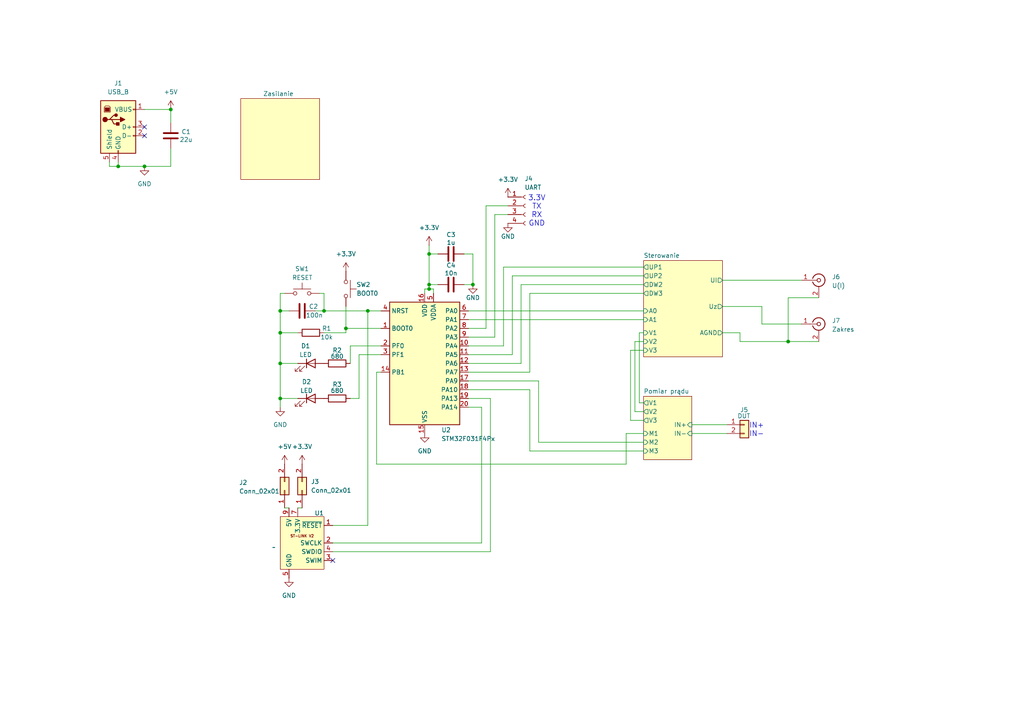
<source format=kicad_sch>
(kicad_sch (version 20231120) (generator "eeschema") (generator_version "8.0")
  (paper "A4")
  (lib_symbols
    (symbol "Connector:Conn_01x04_Socket" (pin_names (offset 1.016) hide)
      (property "Reference" "J" (at 0 5.08 0))
      (property "Value" "Conn_01x04_Socket" (at 0 -7.62 0))
      (symbol "Conn_01x04_Socket_1_1"
        (arc (start 0 -4.572) (mid -0.5058 -5.08) (end 0 -5.588) (stroke (width 0.1524)))
        (arc (start 0 -2.032) (mid -0.5058 -2.54) (end 0 -3.048) (stroke (width 0.1524)))
        (polyline (pts (xy -1.27 -5.08) (xy -0.508 -5.08)) (stroke (width 0.1524)))
        (polyline (pts (xy -1.27 -2.54) (xy -0.508 -2.54)) (stroke (width 0.1524)))
        (polyline (pts (xy -1.27 0) (xy -0.508 0)) (stroke (width 0.1524)))
        (polyline (pts (xy -1.27 2.54) (xy -0.508 2.54)) (stroke (width 0.1524)))
        (arc (start 0 0.508) (mid -0.5058 0) (end 0 -0.508) (stroke (width 0.1524)))
        (arc (start 0 3.048) (mid -0.5058 2.54) (end 0 2.032) (stroke (width 0.1524)))
        (pin passive line (at -5.08 2.54 0) (length 3.81) (name "Pin_1") (number "1"))
        (pin passive line (at -5.08 0 0) (length 3.81) (name "Pin_2") (number "2"))
        (pin passive line (at -5.08 -2.54 0) (length 3.81) (name "Pin_3") (number "3"))
        (pin passive line (at -5.08 -5.08 0) (length 3.81) (name "Pin_4") (number "4"))
      )
    )
    (symbol "Connector:Conn_Coaxial" (pin_names (offset 1.016) hide)
      (property "Reference" "J" (at 0.254 3.048 0))
      (property "Value" "Conn_Coaxial" (at 2.921 0 90))
      (symbol "Conn_Coaxial_0_1"
        (arc (start -1.778 -0.508) (mid 0.2311 -1.8066) (end 1.778 0) (stroke (width 0.254)))
        (polyline (pts (xy -2.54 0) (xy -0.508 0)))
        (polyline (pts (xy 0 -2.54) (xy 0 -1.778)))
        (circle (center 0 0) (radius 0.508) (stroke (width 0.2032)))
        (arc (start 1.778 0) (mid 0.2099 1.8101) (end -1.778 0.508) (stroke (width 0.254)))
      )
      (symbol "Conn_Coaxial_1_1"
        (pin passive line (at -5.08 0 0) (length 2.54) (name "In") (number "1"))
        (pin passive line (at 0 -5.08 90) (length 2.54) (name "Ext") (number "2"))
      )
    )
    (symbol "Connector:USB_B" (pin_names (offset 1.016))
      (property "Reference" "J" (at -5.08 11.43 0))
      (property "Value" "USB_B" (at -5.08 8.89 0))
      (symbol "USB_B_0_1"
        (rectangle (start -5.08 -7.62) (end 5.08 7.62) (stroke (width 0.254)) (fill (type background)))
        (circle (center -3.81 2.159) (radius 0.635) (stroke (width 0.254)) (fill (type outline)))
        (rectangle (start -3.81 5.588) (end -2.54 4.572) (fill (type outline)))
        (circle (center -0.635 3.429) (radius 0.381) (stroke (width 0.254)) (fill (type outline)))
        (rectangle (start -0.127 -7.62) (end 0.127 -6.858))
        (polyline (pts (xy -1.905 2.159) (xy 0.635 2.159)) (stroke (width 0.254)))
        (polyline (pts (xy -3.175 2.159) (xy -2.54 2.159) (xy -1.27 3.429) (xy -0.635 3.429)) (stroke (width 0.254)))
        (polyline (pts (xy -2.54 2.159) (xy -1.905 2.159) (xy -1.27 0.889) (xy 0 0.889)) (stroke (width 0.254)))
        (polyline (pts (xy 0.635 2.794) (xy 0.635 1.524) (xy 1.905 2.159) (xy 0.635 2.794)) (stroke (width 0.254)) (fill (type outline)))
        (polyline (pts (xy -4.064 4.318) (xy -2.286 4.318) (xy -2.286 5.715) (xy -2.667 6.096) (xy -3.683 6.096) (xy -4.064 5.715) (xy -4.064 4.318)))
        (rectangle (start 0.254 1.27) (end -0.508 0.508) (stroke (width 0.254)) (fill (type outline)))
        (rectangle (start 5.08 -2.667) (end 4.318 -2.413))
        (rectangle (start 5.08 -0.127) (end 4.318 0.127))
        (rectangle (start 5.08 4.953) (end 4.318 5.207))
      )
      (symbol "USB_B_1_1"
        (pin power_out line (at 7.62 5.08 180) (length 2.54) (name "VBUS") (number "1"))
        (pin bidirectional line (at 7.62 -2.54 180) (length 2.54) (name "D-") (number "2"))
        (pin bidirectional line (at 7.62 0 180) (length 2.54) (name "D+") (number "3"))
        (pin power_out line (at 0 -10.16 90) (length 2.54) (name "GND") (number "4"))
        (pin passive line (at -2.54 -10.16 90) (length 2.54) (name "Shield") (number "5"))
      )
    )
    (symbol "Connector_Generic:Conn_01x02" (pin_names (offset 1.016) hide)
      (property "Reference" "J" (at 0 2.54 0))
      (property "Value" "Conn_01x02" (at 0 -5.08 0))
      (symbol "Conn_01x02_1_1"
        (rectangle (start -1.27 -2.413) (end 0 -2.667) (stroke (width 0.1524)))
        (rectangle (start -1.27 0.127) (end 0 -0.127) (stroke (width 0.1524)))
        (rectangle (start -1.27 1.27) (end 1.27 -3.81) (stroke (width 0.254)) (fill (type background)))
        (pin passive line (at -5.08 0 0) (length 3.81) (name "Pin_1") (number "1"))
        (pin passive line (at -5.08 -2.54 0) (length 3.81) (name "Pin_2") (number "2"))
      )
    )
    (symbol "Connector_Generic:Conn_02x01" (pin_names (offset 1.016) hide)
      (property "Reference" "J" (at 1.27 2.54 0))
      (property "Value" "Conn_02x01" (at 1.27 -2.54 0))
      (symbol "Conn_02x01_1_1"
        (rectangle (start -1.27 0.127) (end 0 -0.127) (stroke (width 0.1524)))
        (rectangle (start -1.27 1.27) (end 3.81 -1.27) (stroke (width 0.254)) (fill (type background)))
        (rectangle (start 3.81 0.127) (end 2.54 -0.127) (stroke (width 0.1524)))
        (pin passive line (at -5.08 0 0) (length 3.81) (name "Pin_1") (number "1"))
        (pin passive line (at 7.62 0 180) (length 3.81) (name "Pin_2") (number "2"))
      )
    )
    (symbol "Device:C" (pin_numbers hide) (pin_names (offset 0.254))
      (property "Reference" "C" (at 0.635 2.54 0))
      (property "Value" "C" (at 0.635 -2.54 0))
      (symbol "C_0_1"
        (polyline (pts (xy -2.032 -0.762) (xy 2.032 -0.762)) (stroke (width 0.508)))
        (polyline (pts (xy -2.032 0.762) (xy 2.032 0.762)) (stroke (width 0.508)))
      )
      (symbol "C_1_1"
        (pin passive line (at 0 3.81 270) (length 2.794) (name "~") (number "1"))
        (pin passive line (at 0 -3.81 90) (length 2.794) (name "~") (number "2"))
      )
    )
    (symbol "Device:LED" (pin_numbers hide) (pin_names (offset 1.016) hide)
      (property "Reference" "D" (at 0 2.54 0))
      (property "Value" "LED" (at 0 -2.54 0))
      (symbol "LED_0_1"
        (polyline (pts (xy -1.27 -1.27) (xy -1.27 1.27)) (stroke (width 0.254)))
        (polyline (pts (xy -1.27 0) (xy 1.27 0)))
        (polyline (pts (xy 1.27 -1.27) (xy 1.27 1.27) (xy -1.27 0) (xy 1.27 -1.27)) (stroke (width 0.254)))
        (polyline (pts (xy -3.048 -0.762) (xy -4.572 -2.286) (xy -3.81 -2.286) (xy -4.572 -2.286) (xy -4.572 -1.524)))
        (polyline (pts (xy -1.778 -0.762) (xy -3.302 -2.286) (xy -2.54 -2.286) (xy -3.302 -2.286) (xy -3.302 -1.524)))
      )
      (symbol "LED_1_1"
        (pin passive line (at -3.81 0 0) (length 2.54) (name "K") (number "1"))
        (pin passive line (at 3.81 0 180) (length 2.54) (name "A") (number "2"))
      )
    )
    (symbol "Device:R" (pin_numbers hide) (pin_names (offset 0))
      (property "Reference" "R" (at 2.032 0 90))
      (property "Value" "R" (at 0 0 90))
      (symbol "R_0_1"
        (rectangle (start -1.016 -2.54) (end 1.016 2.54) (stroke (width 0.254)))
      )
      (symbol "R_1_1"
        (pin passive line (at 0 3.81 270) (length 1.27) (name "~") (number "1"))
        (pin passive line (at 0 -3.81 90) (length 1.27) (name "~") (number "2"))
      )
    )
    (symbol "MCU_ST_STM32F0:STM32F031F4Px"
      (property "Reference" "U" (at -10.16 19.05 0))
      (property "Value" "STM32F031F4Px" (at 5.08 19.05 0))
      (symbol "STM32F031F4Px_0_1"
        (rectangle (start -10.16 -17.78) (end 10.16 17.78) (stroke (width 0.254)) (fill (type background)))
      )
      (symbol "STM32F031F4Px_1_1"
        (pin input line (at -12.7 10.16 0) (length 2.54) (name "BOOT0") (number "1"))
        (pin bidirectional line (at 12.7 5.08 180) (length 2.54) (name "PA4") (number "10"))
        (pin bidirectional line (at 12.7 2.54 180) (length 2.54) (name "PA5") (number "11"))
        (pin bidirectional line (at 12.7 0 180) (length 2.54) (name "PA6") (number "12"))
        (pin bidirectional line (at 12.7 -2.54 180) (length 2.54) (name "PA7") (number "13"))
        (pin bidirectional line (at -12.7 -2.54 0) (length 2.54) (name "PB1") (number "14"))
        (pin power_in line (at 0 -20.32 90) (length 2.54) (name "VSS") (number "15"))
        (pin power_in line (at 0 20.32 270) (length 2.54) (name "VDD") (number "16"))
        (pin bidirectional line (at 12.7 -5.08 180) (length 2.54) (name "PA9") (number "17"))
        (pin bidirectional line (at 12.7 -7.62 180) (length 2.54) (name "PA10") (number "18"))
        (pin bidirectional line (at 12.7 -10.16 180) (length 2.54) (name "PA13") (number "19"))
        (pin bidirectional line (at -12.7 5.08 0) (length 2.54) (name "PF0") (number "2"))
        (pin bidirectional line (at 12.7 -12.7 180) (length 2.54) (name "PA14") (number "20"))
        (pin bidirectional line (at -12.7 2.54 0) (length 2.54) (name "PF1") (number "3"))
        (pin input line (at -12.7 15.24 0) (length 2.54) (name "NRST") (number "4"))
        (pin power_in line (at 2.54 20.32 270) (length 2.54) (name "VDDA") (number "5"))
        (pin bidirectional line (at 12.7 15.24 180) (length 2.54) (name "PA0") (number "6"))
        (pin bidirectional line (at 12.7 12.7 180) (length 2.54) (name "PA1") (number "7"))
        (pin bidirectional line (at 12.7 10.16 180) (length 2.54) (name "PA2") (number "8"))
        (pin bidirectional line (at 12.7 7.62 180) (length 2.54) (name "PA3") (number "9"))
      )
    )
    (symbol "Switch:SW_Push" (pin_numbers hide) (pin_names (offset 1.016) hide)
      (property "Reference" "SW" (at 1.27 2.54 0))
      (property "Value" "SW_Push" (at 0 -1.524 0))
      (symbol "SW_Push_0_1"
        (circle (center -2.032 0) (radius 0.508))
        (polyline (pts (xy 0 1.27) (xy 0 3.048)))
        (polyline (pts (xy 2.54 1.27) (xy -2.54 1.27)))
        (circle (center 2.032 0) (radius 0.508))
        (pin passive line (at -5.08 0 0) (length 2.54) (name "1") (number "1"))
        (pin passive line (at 5.08 0 180) (length 2.54) (name "2") (number "2"))
      )
    )
    (symbol "power:+3.3V" (power) (pin_numbers hide) (pin_names (offset 0) hide)
      (property "Value" "+3.3V" (at 0 3.556 0))
      (symbol "+3.3V_0_1"
        (polyline (pts (xy -0.762 1.27) (xy 0 2.54)))
        (polyline (pts (xy 0 0) (xy 0 2.54)))
        (polyline (pts (xy 0 2.54) (xy 0.762 1.27)))
      )
      (symbol "+3.3V_1_1"
        (pin power_in line (at 0 0 90) (length 0) (name "~") (number "1"))
      )
    )
    (symbol "power:+5V" (power) (pin_numbers hide) (pin_names (offset 0) hide)
      (property "Value" "+5V" (at 0 3.556 0))
      (symbol "+5V_0_1"
        (polyline (pts (xy -0.762 1.27) (xy 0 2.54)))
        (polyline (pts (xy 0 0) (xy 0 2.54)))
        (polyline (pts (xy 0 2.54) (xy 0.762 1.27)))
      )
      (symbol "+5V_1_1"
        (pin power_in line (at 0 0 90) (length 0) (name "~") (number "1"))
      )
    )
    (symbol "power:GND" (power) (pin_numbers hide) (pin_names (offset 0) hide)
      (property "Value" "GND" (at 0 -3.81 0))
      (symbol "GND_0_1"
        (polyline (pts (xy 0 0) (xy 0 -1.27) (xy 1.27 -1.27) (xy 0 -2.54) (xy -1.27 -1.27) (xy 0 -1.27)))
      )
      (symbol "GND_1_1"
        (pin power_in line (at 0 0 270) (length 0) (name "~") (number "1"))
      )
    )
    (symbol "własna:ST-LINK_V2"
      (property "Reference" "U" (at 0 0 0))
      (symbol "ST-LINK_V2_0_0"
        (pin power_in line (at -5.08 -19.05 90) (length 2.54) (name "GND") (number "5"))
      )
      (symbol "ST-LINK_V2_0_1"
        (rectangle (start -7.62 -1.27) (end 5.08 -16.51) (fill (type background)))
      )
      (symbol "ST-LINK_V2_1_0"
        (pin open_collector line (at 7.62 -3.81 180) (length 2.54) (name "~{RESET}") (number "1"))
        (pin power_in line (at -5.08 1.27 270) (length 2.54) hide (name "5V") (number "10"))
        (pin output line (at 7.62 -8.89 180) (length 2.54) (name "SWCLK") (number "2"))
        (pin input line (at 7.62 -13.97 180) (length 2.54) (name "SWIM") (number "3"))
        (pin bidirectional line (at 7.62 -11.43 180) (length 2.54) (name "SWDIO") (number "4"))
        (pin power_in line (at -5.08 -19.05 90) (length 2.54) hide (name "GND") (number "6"))
        (pin power_in line (at -2.54 1.27 270) (length 2.54) (name "3.3V") (number "7"))
        (pin power_in line (at -2.54 1.27 270) (length 2.54) hide (name "3.3V") (number "8"))
        (pin power_in line (at -5.08 1.27 270) (length 2.54) (name "5V") (number "9"))
      )
      (symbol "ST-LINK_V2_1_1"
        (text "ST-LINK V2" (at -1.27 -6.858 0) (effects (font (size 0.762 0.762))))
      )
    )
  )
  (junction (at 124.46 83.82))
  (junction (at 93.98 90.17))
  (junction (at 124.46 82.55))
  (junction (at 81.28 96.52))
  (junction (at 81.28 115.57))
  (junction (at 81.28 105.41))
  (junction (at 124.46 73.66))
  (junction (at 100.33 95.25))
  (junction (at 228.6 99.06))
  (junction (at 49.53 31.75))
  (junction (at 137.16 82.55))
  (junction (at 34.29 48.26))
  (junction (at 106.68 90.17))
  (junction (at 41.91 48.26))
  (junction (at 81.28 90.17))
  (no_connect (at 41.91 36.83))
  (no_connect (at 96.52 162.56))
  (no_connect (at 41.91 39.37))
  (wire (pts (xy 81.28 90.17) (xy 81.28 96.52)))
  (wire (pts (xy 124.46 83.82) (xy 123.19 83.82)))
  (wire (pts (xy 135.89 90.17) (xy 186.69 90.17)))
  (wire (pts (xy 87.63 147.32) (xy 86.36 147.32)))
  (wire (pts (xy 91.44 90.17) (xy 93.98 90.17)))
  (wire (pts (xy 228.6 99.06) (xy 237.49 99.06)))
  (wire (pts (xy 156.21 128.27) (xy 156.21 110.49)))
  (wire (pts (xy 140.97 95.25) (xy 140.97 59.69)))
  (wire (pts (xy 151.13 105.41) (xy 151.13 82.55)))
  (wire (pts (xy 143.51 97.79) (xy 143.51 62.23)))
  (wire (pts (xy 153.67 85.09) (xy 186.69 85.09)))
  (wire (pts (xy 186.69 101.6) (xy 182.88 101.6)))
  (wire (pts (xy 135.89 118.11) (xy 139.7 118.11)))
  (wire (pts (xy 109.22 107.95) (xy 109.22 134.62)))
  (wire (pts (xy 139.7 118.11) (xy 139.7 157.48)))
  (wire (pts (xy 148.59 102.87) (xy 148.59 80.01)))
  (wire (pts (xy 182.88 121.92) (xy 186.69 121.92)))
  (wire (pts (xy 156.21 110.49) (xy 135.89 110.49)))
  (wire (pts (xy 135.89 92.71) (xy 186.69 92.71)))
  (wire (pts (xy 139.7 157.48) (xy 96.52 157.48)))
  (wire (pts (xy 82.55 147.32) (xy 83.82 147.32)))
  (wire (pts (xy 101.6 105.41) (xy 101.6 100.33)))
  (wire (pts (xy 153.67 130.81) (xy 153.67 113.03)))
  (wire (pts (xy 184.15 119.38) (xy 186.69 119.38)))
  (wire (pts (xy 220.98 88.9) (xy 209.55 88.9)))
  (wire (pts (xy 81.28 115.57) (xy 86.36 115.57)))
  (wire (pts (xy 31.75 48.26) (xy 34.29 48.26)))
  (wire (pts (xy 81.28 105.41) (xy 86.36 105.41)))
  (wire (pts (xy 125.73 83.82) (xy 124.46 83.82)))
  (wire (pts (xy 81.28 85.09) (xy 82.55 85.09)))
  (wire (pts (xy 135.89 100.33) (xy 146.05 100.33)))
  (wire (pts (xy 92.71 85.09) (xy 93.98 85.09)))
  (wire (pts (xy 134.62 73.66) (xy 137.16 73.66)))
  (wire (pts (xy 232.41 93.98) (xy 220.98 93.98)))
  (wire (pts (xy 123.19 83.82) (xy 123.19 85.09)))
  (wire (pts (xy 146.05 100.33) (xy 146.05 77.47)))
  (wire (pts (xy 124.46 82.55) (xy 127 82.55)))
  (wire (pts (xy 142.24 160.02) (xy 96.52 160.02)))
  (wire (pts (xy 106.68 90.17) (xy 106.68 152.4)))
  (wire (pts (xy 100.33 88.9) (xy 100.33 95.25)))
  (wire (pts (xy 214.63 99.06) (xy 214.63 96.52)))
  (wire (pts (xy 140.97 59.69) (xy 147.32 59.69)))
  (wire (pts (xy 104.14 102.87) (xy 104.14 115.57)))
  (wire (pts (xy 101.6 100.33) (xy 110.49 100.33)))
  (wire (pts (xy 148.59 80.01) (xy 186.69 80.01)))
  (wire (pts (xy 143.51 62.23) (xy 147.32 62.23)))
  (wire (pts (xy 153.67 107.95) (xy 153.67 85.09)))
  (wire (pts (xy 186.69 130.81) (xy 153.67 130.81)))
  (wire (pts (xy 186.69 99.06) (xy 184.15 99.06)))
  (wire (pts (xy 81.28 96.52) (xy 81.28 105.41)))
  (wire (pts (xy 81.28 90.17) (xy 81.28 85.09)))
  (wire (pts (xy 135.89 97.79) (xy 143.51 97.79)))
  (wire (pts (xy 124.46 73.66) (xy 127 73.66)))
  (wire (pts (xy 135.89 95.25) (xy 140.97 95.25)))
  (wire (pts (xy 110.49 102.87) (xy 104.14 102.87)))
  (wire (pts (xy 81.28 115.57) (xy 81.28 105.41)))
  (wire (pts (xy 93.98 96.52) (xy 100.33 96.52)))
  (wire (pts (xy 186.69 128.27) (xy 156.21 128.27)))
  (wire (pts (xy 153.67 113.03) (xy 135.89 113.03)))
  (wire (pts (xy 109.22 134.62) (xy 181.61 134.62)))
  (wire (pts (xy 181.61 125.73) (xy 186.69 125.73)))
  (wire (pts (xy 220.98 93.98) (xy 220.98 88.9)))
  (wire (pts (xy 31.75 48.26) (xy 31.75 46.99)))
  (wire (pts (xy 124.46 73.66) (xy 124.46 82.55)))
  (wire (pts (xy 93.98 90.17) (xy 93.98 85.09)))
  (wire (pts (xy 135.89 115.57) (xy 142.24 115.57)))
  (wire (pts (xy 200.66 123.19) (xy 210.82 123.19)))
  (wire (pts (xy 104.14 115.57) (xy 101.6 115.57)))
  (wire (pts (xy 134.62 82.55) (xy 137.16 82.55)))
  (wire (pts (xy 106.68 152.4) (xy 96.52 152.4)))
  (wire (pts (xy 200.66 125.73) (xy 210.82 125.73)))
  (wire (pts (xy 110.49 90.17) (xy 106.68 90.17)))
  (wire (pts (xy 228.6 86.36) (xy 228.6 99.06)))
  (wire (pts (xy 125.73 85.09) (xy 125.73 83.82)))
  (wire (pts (xy 209.55 81.28) (xy 232.41 81.28)))
  (wire (pts (xy 41.91 31.75) (xy 49.53 31.75)))
  (wire (pts (xy 185.42 116.84) (xy 186.69 116.84)))
  (wire (pts (xy 41.91 48.26) (xy 49.53 48.26)))
  (wire (pts (xy 81.28 90.17) (xy 83.82 90.17)))
  (wire (pts (xy 135.89 105.41) (xy 151.13 105.41)))
  (wire (pts (xy 110.49 107.95) (xy 109.22 107.95)))
  (wire (pts (xy 34.29 48.26) (xy 34.29 46.99)))
  (wire (pts (xy 81.28 96.52) (xy 86.36 96.52)))
  (wire (pts (xy 142.24 115.57) (xy 142.24 160.02)))
  (wire (pts (xy 151.13 82.55) (xy 186.69 82.55)))
  (wire (pts (xy 81.28 118.11) (xy 81.28 115.57)))
  (wire (pts (xy 186.69 96.52) (xy 185.42 96.52)))
  (wire (pts (xy 181.61 134.62) (xy 181.61 125.73)))
  (wire (pts (xy 49.53 48.26) (xy 49.53 43.18)))
  (wire (pts (xy 228.6 99.06) (xy 214.63 99.06)))
  (wire (pts (xy 214.63 96.52) (xy 209.55 96.52)))
  (wire (pts (xy 237.49 86.36) (xy 228.6 86.36)))
  (wire (pts (xy 184.15 99.06) (xy 184.15 119.38)))
  (wire (pts (xy 100.33 96.52) (xy 100.33 95.25)))
  (wire (pts (xy 135.89 102.87) (xy 148.59 102.87)))
  (wire (pts (xy 146.05 77.47) (xy 186.69 77.47)))
  (wire (pts (xy 49.53 35.56) (xy 49.53 31.75)))
  (wire (pts (xy 124.46 82.55) (xy 124.46 83.82)))
  (wire (pts (xy 182.88 101.6) (xy 182.88 121.92)))
  (wire (pts (xy 137.16 73.66) (xy 137.16 82.55)))
  (wire (pts (xy 185.42 96.52) (xy 185.42 116.84)))
  (wire (pts (xy 34.29 48.26) (xy 41.91 48.26)))
  (wire (pts (xy 124.46 71.12) (xy 124.46 73.66)))
  (wire (pts (xy 135.89 107.95) (xy 153.67 107.95)))
  (wire (pts (xy 93.98 90.17) (xy 106.68 90.17)))
  (wire (pts (xy 100.33 95.25) (xy 110.49 95.25)))
  (text "IN+\nIN-" (at 219.456 124.714 0) (effects (font (size 1.524 1.524))))
  (text "3.3V\nTX\nRX\nGND" (at 155.702 61.214 0) (effects (font (size 1.524 1.524))))
  (symbol (lib_id "Device:LED") (at 90.17 105.41 0) (unit 1)
    (property "Reference" "D1" (at 88.646 100.33 0))
    (property "Value" "LED" (at 88.646 102.87 0))
    (property "Footprint" "LED_SMD:LED_miniPLCC_2315_Handsoldering" (effects (hide yes)))
    (property "Description" "Light emitting diode" (effects (hide yes)))
  )
  (symbol (lib_id "power:GND") (at 123.19 125.73 0) (unit 1)
    (property "Reference" "#PWR08" (effects (hide yes)))
    (property "Value" "GND" (at 123.19 130.81 0))
    (property "Description" "Power symbol creates a global label with name \"GND\" , ground" (effects (hide yes)))
  )
  (symbol (lib_id "Device:C") (at 49.53 39.37 0) (unit 1)
    (property "Reference" "C1" (at 53.975 38.227 0))
    (property "Value" "22u" (at 53.975 40.513 0))
    (property "Footprint" "Capacitor_SMD:C_1206_3216Metric_Pad1.33x1.80mm_HandSolder" (effects (hide yes)))
    (property "Description" "Unpolarized capacitor" (effects (hide yes)))
  )
  (symbol (lib_id "MCU_ST_STM32F0:STM32F031F4Px") (at 123.19 105.41 0) (unit 1)
    (property "Reference" "U2" (at 128.016 124.714 0) (effects (justify left)))
    (property "Value" "STM32F031F4Px" (at 128.016 127.254 0) (effects (justify left)))
    (property "Footprint" "Package_SO:TSSOP-20_4.4x6.5mm_P0.65mm" (effects (hide yes)))
    (property "Datasheet" "https://www.st.com/resource/en/datasheet/stm32f031f4.pdf" (effects (hide yes)))
    (property "Description" "STMicroelectronics Arm Cortex-M0 MCU, 16KB flash, 4KB RAM, 48 MHz, 2.0-3.6V, 15 GPIO, TSSOP20" (effects (hide yes)))
  )
  (symbol (lib_id "Connector_Generic:Conn_02x01") (at 82.55 142.24 90) (unit 1)
    (property "Reference" "J2" (at 69.342 139.954 90) (effects (justify right)))
    (property "Value" "Conn_02x01" (at 69.342 142.494 90) (effects (justify right)))
    (property "Footprint" "Connector_PinHeader_2.54mm:PinHeader_2x01_P2.54mm_Vertical" (effects (hide yes)))
    (property "Description" "Generic connector, double row, 02x01, this symbol is compatible with counter-clockwise, top-bottom and odd-even numbering schemes., script generated (kicad-library-utils/schlib/autogen/connector/)" (effects (hide yes)))
  )
  (symbol (lib_id "power:+5V") (at 49.53 31.75 0) (unit 1)
    (property "Reference" "#PWR02" (effects (hide yes)))
    (property "Value" "+5V" (at 49.53 26.67 0))
    (property "Description" "Power symbol creates a global label with name \"+5V\"" (effects (hide yes)))
  )
  (symbol (lib_id "power:GND") (at 81.28 118.11 0) (unit 1)
    (property "Reference" "#PWR03" (effects (hide yes)))
    (property "Value" "GND" (at 81.28 123.19 0))
    (property "Description" "Power symbol creates a global label with name \"GND\" , ground" (effects (hide yes)))
  )
  (symbol (lib_id "Connector:Conn_Coaxial") (at 237.49 81.28 0) (unit 1)
    (property "Reference" "J6" (at 241.3 80.3031 0) (effects (justify left)))
    (property "Value" "U(I)" (at 241.3 82.8431 0) (effects (justify left)))
    (property "Footprint" "Connector_Coaxial:BNC_Amphenol_B6252HB-NPP3G-50_Horizontal" (effects (hide yes)))
    (property "Datasheet" " ~" (effects (hide yes)))
    (property "Description" "coaxial connector (BNC, SMA, SMB, SMC, Cinch/RCA, LEMO, ...)" (effects (hide yes)))
  )
  (symbol (lib_id "power:GND") (at 137.16 82.55 0) (unit 1)
    (property "Reference" "#PWR010" (effects (hide yes)))
    (property "Value" "GND" (at 137.16 86.36 0))
    (property "Description" "Power symbol creates a global label with name \"GND\" , ground" (effects (hide yes)))
  )
  (symbol (lib_id "power:+3.3V") (at 147.32 57.15 0) (unit 1)
    (property "Reference" "#PWR011" (effects (hide yes)))
    (property "Value" "+3.3V" (at 147.32 52.07 0))
    (property "Description" "Power symbol creates a global label with name \"+3.3V\"" (effects (hide yes)))
  )
  (symbol (lib_id "power:GND") (at 147.32 64.77 0) (unit 1)
    (property "Reference" "#PWR012" (effects (hide yes)))
    (property "Value" "GND" (at 147.32 68.58 0))
    (property "Description" "Power symbol creates a global label with name \"GND\" , ground" (effects (hide yes)))
  )
  (symbol (lib_id "Switch:SW_Push") (at 87.63 85.09 0) (unit 1)
    (property "Reference" "SW1" (at 89.662 77.978 0) (effects (justify right)))
    (property "Value" "RESET" (at 90.678 80.518 0) (effects (justify right)))
    (property "Footprint" "Button_Switch_SMD:SW_SPST_TL3305A" (effects (hide yes)))
    (property "Description" "Push button switch, generic, two pins" (effects (hide yes)))
  )
  (symbol (lib_id "power:+3.3V") (at 87.63 134.62 0) (unit 1)
    (property "Reference" "#PWR06" (effects (hide yes)))
    (property "Value" "+3.3V" (at 87.63 129.54 0))
    (property "Description" "Power symbol creates a global label with name \"+3.3V\"" (effects (hide yes)))
  )
  (symbol (lib_id "Device:C") (at 130.81 73.66 90) (unit 1)
    (property "Reference" "C3" (at 130.81 68.072 90))
    (property "Value" "1u" (at 130.81 70.358 90))
    (property "Footprint" "Capacitor_SMD:C_0805_2012Metric_Pad1.18x1.45mm_HandSolder" (effects (hide yes)))
    (property "Description" "Unpolarized capacitor" (effects (hide yes)))
  )
  (symbol (lib_id "Device:LED") (at 90.17 115.57 0) (unit 1)
    (property "Reference" "D2" (at 88.9 110.744 0))
    (property "Value" "LED" (at 88.9 113.284 0))
    (property "Footprint" "LED_SMD:LED_miniPLCC_2315_Handsoldering" (effects (hide yes)))
    (property "Description" "Light emitting diode" (effects (hide yes)))
  )
  (symbol (lib_id "Connector:Conn_Coaxial") (at 237.49 93.98 0) (unit 1)
    (property "Reference" "J7" (at 241.3 93.0031 0) (effects (justify left)))
    (property "Value" "Zakres" (at 241.3 95.5431 0) (effects (justify left)))
    (property "Footprint" "Connector_Coaxial:BNC_Amphenol_B6252HB-NPP3G-50_Horizontal" (effects (hide yes)))
    (property "Datasheet" " ~" (effects (hide yes)))
    (property "Description" "coaxial connector (BNC, SMA, SMB, SMC, Cinch/RCA, LEMO, ...)" (effects (hide yes)))
  )
  (symbol (lib_id "power:GND") (at 83.82 167.64 0) (unit 1)
    (property "Reference" "#PWR05" (effects (hide yes)))
    (property "Value" "GND" (at 83.82 172.72 0))
    (property "Description" "Power symbol creates a global label with name \"GND\" , ground" (effects (hide yes)))
  )
  (symbol (lib_id "power:+5V") (at 82.55 134.62 0) (unit 1)
    (property "Reference" "#PWR04" (effects (hide yes)))
    (property "Value" "+5V" (at 82.55 129.54 0))
    (property "Description" "Power symbol creates a global label with name \"+5V\"" (effects (hide yes)))
  )
  (symbol (lib_id "power:+3.3V") (at 124.46 71.12 0) (unit 1)
    (property "Reference" "#PWR09" (effects (hide yes)))
    (property "Value" "+3.3V" (at 124.46 66.04 0))
    (property "Description" "Power symbol creates a global label with name \"+3.3V\"" (effects (hide yes)))
  )
  (symbol (lib_id "Device:C") (at 130.81 82.55 90) (unit 1)
    (property "Reference" "C4" (at 130.81 76.962 90))
    (property "Value" "10n" (at 130.81 79.248 90))
    (property "Footprint" "Capacitor_SMD:C_0805_2012Metric_Pad1.18x1.45mm_HandSolder" (effects (hide yes)))
    (property "Description" "Unpolarized capacitor" (effects (hide yes)))
  )
  (symbol (lib_id "Device:R") (at 90.17 96.52 90) (unit 1)
    (property "Reference" "R1" (at 94.742 95.25 90))
    (property "Value" "10k" (at 94.742 97.79 90))
    (property "Footprint" "Resistor_SMD:R_0805_2012Metric_Pad1.20x1.40mm_HandSolder" (effects (hide yes)))
    (property "Description" "Resistor" (effects (hide yes)))
  )
  (symbol (lib_id "Switch:SW_Push") (at 100.33 83.82 270) (unit 1)
    (property "Reference" "SW2" (at 107.442 82.55 90) (effects (justify right)))
    (property "Value" "BOOT0" (at 109.728 85.09 90) (effects (justify right)))
    (property "Footprint" "Button_Switch_SMD:SW_SPST_TL3305A" (effects (hide yes)))
    (property "Description" "Push button switch, generic, two pins" (effects (hide yes)))
  )
  (symbol (lib_id "Connector_Generic:Conn_01x02") (at 215.9 123.19 0) (unit 1)
    (property "Reference" "J5" (at 214.63 118.872 0) (effects (justify left)))
    (property "Value" "DUT" (at 213.868 120.65 0) (effects (justify left)))
    (property "Footprint" "Connector_Wire:SolderWire-2sqmm_1x02_P7.8mm_D2mm_OD3.9mm_Relief" (effects (hide yes)))
    (property "Description" "Generic connector, single row, 01x02, script generated (kicad-library-utils/schlib/autogen/connector/)" (effects (hide yes)))
  )
  (symbol (lib_id "Connector_Generic:Conn_02x01") (at 87.63 142.24 90) (unit 1)
    (property "Reference" "J3" (at 90.17 139.6999 90) (effects (justify right)))
    (property "Value" "Conn_02x01" (at 90.17 142.2399 90) (effects (justify right)))
    (property "Footprint" "Connector_PinHeader_2.54mm:PinHeader_2x01_P2.54mm_Vertical" (effects (hide yes)))
    (property "Description" "Generic connector, double row, 02x01, this symbol is compatible with counter-clockwise, top-bottom and odd-even numbering schemes., script generated (kicad-library-utils/schlib/autogen/connector/)" (effects (hide yes)))
  )
  (symbol (lib_id "Connector:USB_B") (at 34.29 36.83 0) (unit 1)
    (property "Reference" "J1" (at 34.29 24.13 0))
    (property "Value" "USB_B" (at 34.29 26.67 0))
    (property "Footprint" "Connector_USB:USB_B_OST_USB-B1HSxx_Horizontal" (effects (hide yes)))
    (property "Datasheet" " ~" (effects (hide yes)))
    (property "Description" "USB Type B connector" (effects (hide yes)))
  )
  (symbol (lib_id "Connector:Conn_01x04_Socket") (at 152.4 59.69 0) (unit 1)
    (property "Reference" "J4" (at 152.146 51.816 0) (effects (justify left)))
    (property "Value" "UART" (at 152.146 54.356 0) (effects (justify left)))
    (property "Footprint" "Connector_PinSocket_2.54mm:PinSocket_1x04_P2.54mm_Vertical" (effects (hide yes)))
    (property "Description" "Generic connector, single row, 01x04, script generated" (effects (hide yes)))
  )
  (symbol (lib_id "Device:R") (at 97.79 115.57 90) (unit 1)
    (property "Reference" "R3" (at 97.79 111.506 90))
    (property "Value" "680" (at 97.79 113.284 90))
    (property "Footprint" "Resistor_SMD:R_0805_2012Metric_Pad1.20x1.40mm_HandSolder" (effects (hide yes)))
    (property "Description" "Resistor" (effects (hide yes)))
  )
  (symbol (lib_id "Device:R") (at 97.79 105.41 90) (unit 1)
    (property "Reference" "R2" (at 97.79 101.6 90))
    (property "Value" "680" (at 97.79 103.378 90))
    (property "Footprint" "Resistor_SMD:R_0805_2012Metric_Pad1.20x1.40mm_HandSolder" (effects (hide yes)))
    (property "Description" "Resistor" (effects (hide yes)))
  )
  (symbol (lib_id "power:+3.3V") (at 100.33 78.74 0) (unit 1)
    (property "Reference" "#PWR07" (effects (hide yes)))
    (property "Value" "+3.3V" (at 100.33 73.66 0))
    (property "Description" "Power symbol creates a global label with name \"+3.3V\"" (effects (hide yes)))
  )
  (symbol (lib_id "power:GND") (at 41.91 48.26 0) (unit 1)
    (property "Reference" "#PWR01" (effects (hide yes)))
    (property "Value" "GND" (at 41.91 53.34 0))
    (property "Description" "Power symbol creates a global label with name \"GND\" , ground" (effects (hide yes)))
  )
  (symbol (lib_id "Device:C") (at 87.63 90.17 90) (unit 1)
    (property "Reference" "C2" (at 90.932 88.9 90))
    (property "Value" "100n" (at 91.186 91.44 90))
    (property "Footprint" "Capacitor_SMD:C_0805_2012Metric_Pad1.18x1.45mm_HandSolder" (effects (hide yes)))
    (property "Description" "Unpolarized capacitor" (effects (hide yes)))
  )
  (symbol (lib_id "własna:ST-LINK_V2") (at 88.9 148.59 0) (unit 1)
    (property "Reference" "U1" (at 93.98 148.844 0) (effects (justify right)))
    (property "Value" "~" (at 80.01 158.75 0) (effects (justify right)))
    (property "Footprint" "Connector_IDC:IDC-Header_2x05_P2.54mm_Vertical" (effects (hide yes)))
  )
  (sheet (at 186.69 114.935) (size 13.97 18.415) (stroke (width 0.1524)) (fill (color 255 255 194 1.0000))
    (property "Sheetname" "Pomiar prądu" (at 186.69 114.2234 0) (effects (justify left bottom)))
    (property "Sheetfile" "pomiar_pradu.kicad_sch" (effects (hide yes)))
    (pin "M3" input (at 186.69 130.81 180))
    (pin "M1" input (at 186.69 125.73 180))
    (pin "V3" output (at 186.69 121.92 180))
    (pin "M2" input (at 186.69 128.27 180))
    (pin "V1" output (at 186.69 116.84 180))
    (pin "V2" output (at 186.69 119.38 180))
    (pin "IN-" input (at 200.66 125.73 0))
    (pin "IN+" input (at 200.66 123.19 0))
  )
  (sheet (at 69.85 28.575) (size 22.86 23.495) (stroke (width 0.1524)) (fill (color 255 255 194 1.0000))
    (property "Sheetname" "Zasilanie" (at 76.327 27.94 0) (effects (justify left bottom)))
    (property "Sheetfile" "zasilania.kicad_sch" (effects (hide yes)))
  )
  (sheet (at 186.69 75.565) (size 22.86 27.94) (stroke (width 0.1524)) (fill (color 255 255 194 1.0000))
    (property "Sheetname" "Sterowanie" (at 186.69 74.8534 0) (effects (justify left bottom)))
    (property "Sheetfile" "sterowanie.kicad_sch" (effects (hide yes)))
    (pin "V3" input (at 186.69 101.6 180))
    (pin "DW3" output (at 186.69 85.09 180))
    (pin "V2" input (at 186.69 99.06 180))
    (pin "DW2" output (at 186.69 82.55 180))
    (pin "A0" input (at 186.69 90.17 180))
    (pin "A1" input (at 186.69 92.71 180))
    (pin "UP1" output (at 186.69 77.47 180))
    (pin "V1" input (at 186.69 96.52 180))
    (pin "UP2" output (at 186.69 80.01 180))
    (pin "UI" output (at 209.55 81.28 0))
    (pin "AGND" output (at 209.55 96.52 0))
    (pin "Uz" output (at 209.55 88.9 0))
  )
)
</source>
